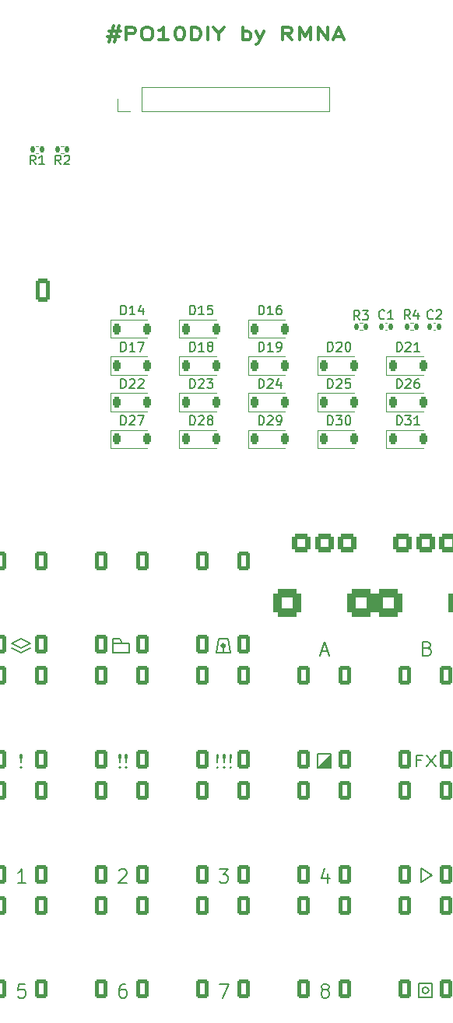
<source format=gto>
G04 #@! TF.GenerationSoftware,KiCad,Pcbnew,9.0.0*
G04 #@! TF.CreationDate,2025-07-26T10:23:47-04:00*
G04 #@! TF.ProjectId,POVideo V2,504f5669-6465-46f2-9056-322e6b696361,rev?*
G04 #@! TF.SameCoordinates,Original*
G04 #@! TF.FileFunction,Legend,Top*
G04 #@! TF.FilePolarity,Positive*
%FSLAX46Y46*%
G04 Gerber Fmt 4.6, Leading zero omitted, Abs format (unit mm)*
G04 Created by KiCad (PCBNEW 9.0.0) date 2025-07-26 10:23:47*
%MOMM*%
%LPD*%
G01*
G04 APERTURE LIST*
G04 Aperture macros list*
%AMRoundRect*
0 Rectangle with rounded corners*
0 $1 Rounding radius*
0 $2 $3 $4 $5 $6 $7 $8 $9 X,Y pos of 4 corners*
0 Add a 4 corners polygon primitive as box body*
4,1,4,$2,$3,$4,$5,$6,$7,$8,$9,$2,$3,0*
0 Add four circle primitives for the rounded corners*
1,1,$1+$1,$2,$3*
1,1,$1+$1,$4,$5*
1,1,$1+$1,$6,$7*
1,1,$1+$1,$8,$9*
0 Add four rect primitives between the rounded corners*
20,1,$1+$1,$2,$3,$4,$5,0*
20,1,$1+$1,$4,$5,$6,$7,0*
20,1,$1+$1,$6,$7,$8,$9,0*
20,1,$1+$1,$8,$9,$2,$3,0*%
G04 Aperture macros list end*
%ADD10C,0.200000*%
%ADD11C,0.300000*%
%ADD12C,0.100000*%
%ADD13C,0.150000*%
%ADD14C,0.120000*%
%ADD15RoundRect,0.250000X-0.550000X1.050000X-0.550000X-1.050000X0.550000X-1.050000X0.550000X1.050000X0*%
%ADD16O,1.600000X2.600000*%
%ADD17RoundRect,0.135000X-0.135000X-0.185000X0.135000X-0.185000X0.135000X0.185000X-0.135000X0.185000X0*%
%ADD18RoundRect,0.210000X0.490000X-0.840000X0.490000X0.840000X-0.490000X0.840000X-0.490000X-0.840000X0*%
%ADD19RoundRect,0.450000X1.050000X1.050000X-1.050000X1.050000X-1.050000X-1.050000X1.050000X-1.050000X0*%
%ADD20RoundRect,0.300000X0.700000X0.700000X-0.700000X0.700000X-0.700000X-0.700000X0.700000X-0.700000X0*%
%ADD21RoundRect,0.140000X-0.140000X-0.170000X0.140000X-0.170000X0.140000X0.170000X-0.140000X0.170000X0*%
%ADD22RoundRect,0.225000X-0.225000X-0.375000X0.225000X-0.375000X0.225000X0.375000X-0.225000X0.375000X0*%
%ADD23RoundRect,0.135000X0.135000X0.185000X-0.135000X0.185000X-0.135000X-0.185000X0.135000X-0.185000X0*%
%ADD24R,1.700000X1.700000*%
%ADD25O,1.700000X1.700000*%
%ADD26C,2.100000*%
G04 APERTURE END LIST*
D10*
X174388720Y-130163171D02*
X174460149Y-130234600D01*
X174460149Y-130234600D02*
X174388720Y-130306028D01*
X174388720Y-130306028D02*
X174317292Y-130234600D01*
X174317292Y-130234600D02*
X174388720Y-130163171D01*
X174388720Y-130163171D02*
X174388720Y-130306028D01*
X174388720Y-129734600D02*
X174317292Y-128877457D01*
X174317292Y-128877457D02*
X174388720Y-128806028D01*
X174388720Y-128806028D02*
X174460149Y-128877457D01*
X174460149Y-128877457D02*
X174388720Y-129734600D01*
X174388720Y-129734600D02*
X174388720Y-128806028D01*
X175103006Y-130163171D02*
X175174435Y-130234600D01*
X175174435Y-130234600D02*
X175103006Y-130306028D01*
X175103006Y-130306028D02*
X175031578Y-130234600D01*
X175031578Y-130234600D02*
X175103006Y-130163171D01*
X175103006Y-130163171D02*
X175103006Y-130306028D01*
X175103006Y-129734600D02*
X175031578Y-128877457D01*
X175031578Y-128877457D02*
X175103006Y-128806028D01*
X175103006Y-128806028D02*
X175174435Y-128877457D01*
X175174435Y-128877457D02*
X175103006Y-129734600D01*
X175103006Y-129734600D02*
X175103006Y-128806028D01*
X175817292Y-130163171D02*
X175888721Y-130234600D01*
X175888721Y-130234600D02*
X175817292Y-130306028D01*
X175817292Y-130306028D02*
X175745864Y-130234600D01*
X175745864Y-130234600D02*
X175817292Y-130163171D01*
X175817292Y-130163171D02*
X175817292Y-130306028D01*
X175817292Y-129734600D02*
X175745864Y-128877457D01*
X175745864Y-128877457D02*
X175817292Y-128806028D01*
X175817292Y-128806028D02*
X175888721Y-128877457D01*
X175888721Y-128877457D02*
X175817292Y-129734600D01*
X175817292Y-129734600D02*
X175817292Y-128806028D01*
X163738720Y-130163171D02*
X163810149Y-130234600D01*
X163810149Y-130234600D02*
X163738720Y-130306028D01*
X163738720Y-130306028D02*
X163667292Y-130234600D01*
X163667292Y-130234600D02*
X163738720Y-130163171D01*
X163738720Y-130163171D02*
X163738720Y-130306028D01*
X163738720Y-129734600D02*
X163667292Y-128877457D01*
X163667292Y-128877457D02*
X163738720Y-128806028D01*
X163738720Y-128806028D02*
X163810149Y-128877457D01*
X163810149Y-128877457D02*
X163738720Y-129734600D01*
X163738720Y-129734600D02*
X163738720Y-128806028D01*
X164453006Y-130163171D02*
X164524435Y-130234600D01*
X164524435Y-130234600D02*
X164453006Y-130306028D01*
X164453006Y-130306028D02*
X164381578Y-130234600D01*
X164381578Y-130234600D02*
X164453006Y-130163171D01*
X164453006Y-130163171D02*
X164453006Y-130306028D01*
X164453006Y-129734600D02*
X164381578Y-128877457D01*
X164381578Y-128877457D02*
X164453006Y-128806028D01*
X164453006Y-128806028D02*
X164524435Y-128877457D01*
X164524435Y-128877457D02*
X164453006Y-129734600D01*
X164453006Y-129734600D02*
X164453006Y-128806028D01*
X185953006Y-154448885D02*
X185810149Y-154377457D01*
X185810149Y-154377457D02*
X185738720Y-154306028D01*
X185738720Y-154306028D02*
X185667292Y-154163171D01*
X185667292Y-154163171D02*
X185667292Y-154091742D01*
X185667292Y-154091742D02*
X185738720Y-153948885D01*
X185738720Y-153948885D02*
X185810149Y-153877457D01*
X185810149Y-153877457D02*
X185953006Y-153806028D01*
X185953006Y-153806028D02*
X186238720Y-153806028D01*
X186238720Y-153806028D02*
X186381578Y-153877457D01*
X186381578Y-153877457D02*
X186453006Y-153948885D01*
X186453006Y-153948885D02*
X186524435Y-154091742D01*
X186524435Y-154091742D02*
X186524435Y-154163171D01*
X186524435Y-154163171D02*
X186453006Y-154306028D01*
X186453006Y-154306028D02*
X186381578Y-154377457D01*
X186381578Y-154377457D02*
X186238720Y-154448885D01*
X186238720Y-154448885D02*
X185953006Y-154448885D01*
X185953006Y-154448885D02*
X185810149Y-154520314D01*
X185810149Y-154520314D02*
X185738720Y-154591742D01*
X185738720Y-154591742D02*
X185667292Y-154734600D01*
X185667292Y-154734600D02*
X185667292Y-155020314D01*
X185667292Y-155020314D02*
X185738720Y-155163171D01*
X185738720Y-155163171D02*
X185810149Y-155234600D01*
X185810149Y-155234600D02*
X185953006Y-155306028D01*
X185953006Y-155306028D02*
X186238720Y-155306028D01*
X186238720Y-155306028D02*
X186381578Y-155234600D01*
X186381578Y-155234600D02*
X186453006Y-155163171D01*
X186453006Y-155163171D02*
X186524435Y-155020314D01*
X186524435Y-155020314D02*
X186524435Y-154734600D01*
X186524435Y-154734600D02*
X186453006Y-154591742D01*
X186453006Y-154591742D02*
X186381578Y-154520314D01*
X186381578Y-154520314D02*
X186238720Y-154448885D01*
X197238720Y-117270314D02*
X197453006Y-117341742D01*
X197453006Y-117341742D02*
X197524435Y-117413171D01*
X197524435Y-117413171D02*
X197595863Y-117556028D01*
X197595863Y-117556028D02*
X197595863Y-117770314D01*
X197595863Y-117770314D02*
X197524435Y-117913171D01*
X197524435Y-117913171D02*
X197453006Y-117984600D01*
X197453006Y-117984600D02*
X197310149Y-118056028D01*
X197310149Y-118056028D02*
X196738720Y-118056028D01*
X196738720Y-118056028D02*
X196738720Y-116556028D01*
X196738720Y-116556028D02*
X197238720Y-116556028D01*
X197238720Y-116556028D02*
X197381578Y-116627457D01*
X197381578Y-116627457D02*
X197453006Y-116698885D01*
X197453006Y-116698885D02*
X197524435Y-116841742D01*
X197524435Y-116841742D02*
X197524435Y-116984600D01*
X197524435Y-116984600D02*
X197453006Y-117127457D01*
X197453006Y-117127457D02*
X197381578Y-117198885D01*
X197381578Y-117198885D02*
X197238720Y-117270314D01*
X197238720Y-117270314D02*
X196738720Y-117270314D01*
X185667292Y-117627457D02*
X186381578Y-117627457D01*
X185524435Y-118056028D02*
X186024435Y-116556028D01*
X186024435Y-116556028D02*
X186524435Y-118056028D01*
X153000000Y-117750000D02*
X154000000Y-117250000D01*
X175000000Y-117750000D02*
X175000000Y-117250000D01*
X152000000Y-117250000D02*
X153000000Y-117750000D01*
X196250000Y-153750000D02*
X197750000Y-153750000D01*
X197750000Y-155250000D01*
X196250000Y-155250000D01*
X196250000Y-153750000D01*
D11*
X175150000Y-117000000D02*
G75*
G02*
X174850000Y-117000000I-150000J0D01*
G01*
X174850000Y-117000000D02*
G75*
G02*
X175150000Y-117000000I150000J0D01*
G01*
D10*
X175750000Y-117750000D02*
X174250000Y-117750000D01*
X174500000Y-116250000D01*
X175500000Y-116250000D01*
X175750000Y-117750000D01*
X164250000Y-116750000D02*
X163000000Y-116750000D01*
X197353553Y-154500000D02*
G75*
G02*
X196646447Y-154500000I-353553J0D01*
G01*
X196646447Y-154500000D02*
G75*
G02*
X197353553Y-154500000I353553J0D01*
G01*
X164000000Y-116750000D02*
X164750000Y-116750000D01*
X164750000Y-117750000D01*
X163000000Y-117750000D01*
X163000000Y-116250000D01*
X163750000Y-116250000D01*
X164000000Y-116750000D01*
D12*
X186750000Y-130250000D02*
X185250000Y-130250000D01*
X186750000Y-128750000D01*
X186750000Y-130250000D01*
G36*
X186750000Y-130250000D02*
G01*
X185250000Y-130250000D01*
X186750000Y-128750000D01*
X186750000Y-130250000D01*
G37*
D10*
X197750000Y-142000000D02*
X196500000Y-142750000D01*
X196500000Y-141250000D01*
X197750000Y-142000000D01*
X185250000Y-128750000D02*
X186750000Y-128750000D01*
X186750000Y-130250000D01*
X185250000Y-130250000D01*
X185250000Y-128750000D01*
X154000000Y-116750000D02*
X153000000Y-117250000D01*
X152000000Y-116750000D01*
X153000000Y-116250000D01*
X154000000Y-116750000D01*
X153524435Y-142806028D02*
X152667292Y-142806028D01*
X153095863Y-142806028D02*
X153095863Y-141306028D01*
X153095863Y-141306028D02*
X152953006Y-141520314D01*
X152953006Y-141520314D02*
X152810149Y-141663171D01*
X152810149Y-141663171D02*
X152667292Y-141734600D01*
X174595863Y-141306028D02*
X175524435Y-141306028D01*
X175524435Y-141306028D02*
X175024435Y-141877457D01*
X175024435Y-141877457D02*
X175238720Y-141877457D01*
X175238720Y-141877457D02*
X175381578Y-141948885D01*
X175381578Y-141948885D02*
X175453006Y-142020314D01*
X175453006Y-142020314D02*
X175524435Y-142163171D01*
X175524435Y-142163171D02*
X175524435Y-142520314D01*
X175524435Y-142520314D02*
X175453006Y-142663171D01*
X175453006Y-142663171D02*
X175381578Y-142734600D01*
X175381578Y-142734600D02*
X175238720Y-142806028D01*
X175238720Y-142806028D02*
X174810149Y-142806028D01*
X174810149Y-142806028D02*
X174667292Y-142734600D01*
X174667292Y-142734600D02*
X174595863Y-142663171D01*
D11*
X162540225Y-50129733D02*
X163825939Y-50129733D01*
X163054510Y-49529733D02*
X162540225Y-51329733D01*
X163654510Y-50729733D02*
X162368796Y-50729733D01*
X163140225Y-51329733D02*
X163654510Y-49529733D01*
X164425939Y-51063066D02*
X164425939Y-49663066D01*
X164425939Y-49663066D02*
X165111653Y-49663066D01*
X165111653Y-49663066D02*
X165283082Y-49729733D01*
X165283082Y-49729733D02*
X165368796Y-49796400D01*
X165368796Y-49796400D02*
X165454510Y-49929733D01*
X165454510Y-49929733D02*
X165454510Y-50129733D01*
X165454510Y-50129733D02*
X165368796Y-50263066D01*
X165368796Y-50263066D02*
X165283082Y-50329733D01*
X165283082Y-50329733D02*
X165111653Y-50396400D01*
X165111653Y-50396400D02*
X164425939Y-50396400D01*
X166568796Y-49663066D02*
X166911653Y-49663066D01*
X166911653Y-49663066D02*
X167083082Y-49729733D01*
X167083082Y-49729733D02*
X167254510Y-49863066D01*
X167254510Y-49863066D02*
X167340225Y-50129733D01*
X167340225Y-50129733D02*
X167340225Y-50596400D01*
X167340225Y-50596400D02*
X167254510Y-50863066D01*
X167254510Y-50863066D02*
X167083082Y-50996400D01*
X167083082Y-50996400D02*
X166911653Y-51063066D01*
X166911653Y-51063066D02*
X166568796Y-51063066D01*
X166568796Y-51063066D02*
X166397368Y-50996400D01*
X166397368Y-50996400D02*
X166225939Y-50863066D01*
X166225939Y-50863066D02*
X166140225Y-50596400D01*
X166140225Y-50596400D02*
X166140225Y-50129733D01*
X166140225Y-50129733D02*
X166225939Y-49863066D01*
X166225939Y-49863066D02*
X166397368Y-49729733D01*
X166397368Y-49729733D02*
X166568796Y-49663066D01*
X169054510Y-51063066D02*
X168025939Y-51063066D01*
X168540224Y-51063066D02*
X168540224Y-49663066D01*
X168540224Y-49663066D02*
X168368796Y-49863066D01*
X168368796Y-49863066D02*
X168197367Y-49996400D01*
X168197367Y-49996400D02*
X168025939Y-50063066D01*
X170168796Y-49663066D02*
X170340225Y-49663066D01*
X170340225Y-49663066D02*
X170511653Y-49729733D01*
X170511653Y-49729733D02*
X170597368Y-49796400D01*
X170597368Y-49796400D02*
X170683082Y-49929733D01*
X170683082Y-49929733D02*
X170768796Y-50196400D01*
X170768796Y-50196400D02*
X170768796Y-50529733D01*
X170768796Y-50529733D02*
X170683082Y-50796400D01*
X170683082Y-50796400D02*
X170597368Y-50929733D01*
X170597368Y-50929733D02*
X170511653Y-50996400D01*
X170511653Y-50996400D02*
X170340225Y-51063066D01*
X170340225Y-51063066D02*
X170168796Y-51063066D01*
X170168796Y-51063066D02*
X169997368Y-50996400D01*
X169997368Y-50996400D02*
X169911653Y-50929733D01*
X169911653Y-50929733D02*
X169825939Y-50796400D01*
X169825939Y-50796400D02*
X169740225Y-50529733D01*
X169740225Y-50529733D02*
X169740225Y-50196400D01*
X169740225Y-50196400D02*
X169825939Y-49929733D01*
X169825939Y-49929733D02*
X169911653Y-49796400D01*
X169911653Y-49796400D02*
X169997368Y-49729733D01*
X169997368Y-49729733D02*
X170168796Y-49663066D01*
X171540225Y-51063066D02*
X171540225Y-49663066D01*
X171540225Y-49663066D02*
X171968796Y-49663066D01*
X171968796Y-49663066D02*
X172225939Y-49729733D01*
X172225939Y-49729733D02*
X172397368Y-49863066D01*
X172397368Y-49863066D02*
X172483082Y-49996400D01*
X172483082Y-49996400D02*
X172568796Y-50263066D01*
X172568796Y-50263066D02*
X172568796Y-50463066D01*
X172568796Y-50463066D02*
X172483082Y-50729733D01*
X172483082Y-50729733D02*
X172397368Y-50863066D01*
X172397368Y-50863066D02*
X172225939Y-50996400D01*
X172225939Y-50996400D02*
X171968796Y-51063066D01*
X171968796Y-51063066D02*
X171540225Y-51063066D01*
X173340225Y-51063066D02*
X173340225Y-49663066D01*
X174540225Y-50396400D02*
X174540225Y-51063066D01*
X173940225Y-49663066D02*
X174540225Y-50396400D01*
X174540225Y-50396400D02*
X175140225Y-49663066D01*
X177111654Y-51063066D02*
X177111654Y-49663066D01*
X177111654Y-50196400D02*
X177283083Y-50129733D01*
X177283083Y-50129733D02*
X177625940Y-50129733D01*
X177625940Y-50129733D02*
X177797368Y-50196400D01*
X177797368Y-50196400D02*
X177883083Y-50263066D01*
X177883083Y-50263066D02*
X177968797Y-50396400D01*
X177968797Y-50396400D02*
X177968797Y-50796400D01*
X177968797Y-50796400D02*
X177883083Y-50929733D01*
X177883083Y-50929733D02*
X177797368Y-50996400D01*
X177797368Y-50996400D02*
X177625940Y-51063066D01*
X177625940Y-51063066D02*
X177283083Y-51063066D01*
X177283083Y-51063066D02*
X177111654Y-50996400D01*
X178568796Y-50129733D02*
X178997368Y-51063066D01*
X179425939Y-50129733D02*
X178997368Y-51063066D01*
X178997368Y-51063066D02*
X178825939Y-51396400D01*
X178825939Y-51396400D02*
X178740225Y-51463066D01*
X178740225Y-51463066D02*
X178568796Y-51529733D01*
X182511654Y-51063066D02*
X181911654Y-50396400D01*
X181483083Y-51063066D02*
X181483083Y-49663066D01*
X181483083Y-49663066D02*
X182168797Y-49663066D01*
X182168797Y-49663066D02*
X182340226Y-49729733D01*
X182340226Y-49729733D02*
X182425940Y-49796400D01*
X182425940Y-49796400D02*
X182511654Y-49929733D01*
X182511654Y-49929733D02*
X182511654Y-50129733D01*
X182511654Y-50129733D02*
X182425940Y-50263066D01*
X182425940Y-50263066D02*
X182340226Y-50329733D01*
X182340226Y-50329733D02*
X182168797Y-50396400D01*
X182168797Y-50396400D02*
X181483083Y-50396400D01*
X183283083Y-51063066D02*
X183283083Y-49663066D01*
X183283083Y-49663066D02*
X183883083Y-50663066D01*
X183883083Y-50663066D02*
X184483083Y-49663066D01*
X184483083Y-49663066D02*
X184483083Y-51063066D01*
X185340226Y-51063066D02*
X185340226Y-49663066D01*
X185340226Y-49663066D02*
X186368797Y-51063066D01*
X186368797Y-51063066D02*
X186368797Y-49663066D01*
X187140226Y-50663066D02*
X187997369Y-50663066D01*
X186968797Y-51063066D02*
X187568797Y-49663066D01*
X187568797Y-49663066D02*
X188168797Y-51063066D01*
D10*
X186381578Y-141806028D02*
X186381578Y-142806028D01*
X186024435Y-141234600D02*
X185667292Y-142306028D01*
X185667292Y-142306028D02*
X186595863Y-142306028D01*
X152988720Y-130163171D02*
X153060149Y-130234600D01*
X153060149Y-130234600D02*
X152988720Y-130306028D01*
X152988720Y-130306028D02*
X152917292Y-130234600D01*
X152917292Y-130234600D02*
X152988720Y-130163171D01*
X152988720Y-130163171D02*
X152988720Y-130306028D01*
X152988720Y-129734600D02*
X152917292Y-128877457D01*
X152917292Y-128877457D02*
X152988720Y-128806028D01*
X152988720Y-128806028D02*
X153060149Y-128877457D01*
X153060149Y-128877457D02*
X152988720Y-129734600D01*
X152988720Y-129734600D02*
X152988720Y-128806028D01*
X163667292Y-141448885D02*
X163738720Y-141377457D01*
X163738720Y-141377457D02*
X163881578Y-141306028D01*
X163881578Y-141306028D02*
X164238720Y-141306028D01*
X164238720Y-141306028D02*
X164381578Y-141377457D01*
X164381578Y-141377457D02*
X164453006Y-141448885D01*
X164453006Y-141448885D02*
X164524435Y-141591742D01*
X164524435Y-141591742D02*
X164524435Y-141734600D01*
X164524435Y-141734600D02*
X164453006Y-141948885D01*
X164453006Y-141948885D02*
X163595863Y-142806028D01*
X163595863Y-142806028D02*
X164524435Y-142806028D01*
X164381578Y-153806028D02*
X164095863Y-153806028D01*
X164095863Y-153806028D02*
X163953006Y-153877457D01*
X163953006Y-153877457D02*
X163881578Y-153948885D01*
X163881578Y-153948885D02*
X163738720Y-154163171D01*
X163738720Y-154163171D02*
X163667292Y-154448885D01*
X163667292Y-154448885D02*
X163667292Y-155020314D01*
X163667292Y-155020314D02*
X163738720Y-155163171D01*
X163738720Y-155163171D02*
X163810149Y-155234600D01*
X163810149Y-155234600D02*
X163953006Y-155306028D01*
X163953006Y-155306028D02*
X164238720Y-155306028D01*
X164238720Y-155306028D02*
X164381578Y-155234600D01*
X164381578Y-155234600D02*
X164453006Y-155163171D01*
X164453006Y-155163171D02*
X164524435Y-155020314D01*
X164524435Y-155020314D02*
X164524435Y-154663171D01*
X164524435Y-154663171D02*
X164453006Y-154520314D01*
X164453006Y-154520314D02*
X164381578Y-154448885D01*
X164381578Y-154448885D02*
X164238720Y-154377457D01*
X164238720Y-154377457D02*
X163953006Y-154377457D01*
X163953006Y-154377457D02*
X163810149Y-154448885D01*
X163810149Y-154448885D02*
X163738720Y-154520314D01*
X163738720Y-154520314D02*
X163667292Y-154663171D01*
X174595863Y-153806028D02*
X175595863Y-153806028D01*
X175595863Y-153806028D02*
X174953006Y-155306028D01*
X196488720Y-129464171D02*
X195988720Y-129464171D01*
X195988720Y-130092742D02*
X195988720Y-128892742D01*
X195988720Y-128892742D02*
X196703006Y-128892742D01*
X197131577Y-128892742D02*
X198131577Y-130092742D01*
X198131577Y-128892742D02*
X197131577Y-130092742D01*
X153453006Y-153806028D02*
X152738720Y-153806028D01*
X152738720Y-153806028D02*
X152667292Y-154520314D01*
X152667292Y-154520314D02*
X152738720Y-154448885D01*
X152738720Y-154448885D02*
X152881578Y-154377457D01*
X152881578Y-154377457D02*
X153238720Y-154377457D01*
X153238720Y-154377457D02*
X153381578Y-154448885D01*
X153381578Y-154448885D02*
X153453006Y-154520314D01*
X153453006Y-154520314D02*
X153524435Y-154663171D01*
X153524435Y-154663171D02*
X153524435Y-155020314D01*
X153524435Y-155020314D02*
X153453006Y-155163171D01*
X153453006Y-155163171D02*
X153381578Y-155234600D01*
X153381578Y-155234600D02*
X153238720Y-155306028D01*
X153238720Y-155306028D02*
X152881578Y-155306028D01*
X152881578Y-155306028D02*
X152738720Y-155234600D01*
X152738720Y-155234600D02*
X152667292Y-155163171D01*
D13*
X195343333Y-81454819D02*
X195010000Y-80978628D01*
X194771905Y-81454819D02*
X194771905Y-80454819D01*
X194771905Y-80454819D02*
X195152857Y-80454819D01*
X195152857Y-80454819D02*
X195248095Y-80502438D01*
X195248095Y-80502438D02*
X195295714Y-80550057D01*
X195295714Y-80550057D02*
X195343333Y-80645295D01*
X195343333Y-80645295D02*
X195343333Y-80788152D01*
X195343333Y-80788152D02*
X195295714Y-80883390D01*
X195295714Y-80883390D02*
X195248095Y-80931009D01*
X195248095Y-80931009D02*
X195152857Y-80978628D01*
X195152857Y-80978628D02*
X194771905Y-80978628D01*
X196200476Y-80788152D02*
X196200476Y-81454819D01*
X195962381Y-80407200D02*
X195724286Y-81121485D01*
X195724286Y-81121485D02*
X196343333Y-81121485D01*
X189823333Y-81534819D02*
X189490000Y-81058628D01*
X189251905Y-81534819D02*
X189251905Y-80534819D01*
X189251905Y-80534819D02*
X189632857Y-80534819D01*
X189632857Y-80534819D02*
X189728095Y-80582438D01*
X189728095Y-80582438D02*
X189775714Y-80630057D01*
X189775714Y-80630057D02*
X189823333Y-80725295D01*
X189823333Y-80725295D02*
X189823333Y-80868152D01*
X189823333Y-80868152D02*
X189775714Y-80963390D01*
X189775714Y-80963390D02*
X189728095Y-81011009D01*
X189728095Y-81011009D02*
X189632857Y-81058628D01*
X189632857Y-81058628D02*
X189251905Y-81058628D01*
X190156667Y-80534819D02*
X190775714Y-80534819D01*
X190775714Y-80534819D02*
X190442381Y-80915771D01*
X190442381Y-80915771D02*
X190585238Y-80915771D01*
X190585238Y-80915771D02*
X190680476Y-80963390D01*
X190680476Y-80963390D02*
X190728095Y-81011009D01*
X190728095Y-81011009D02*
X190775714Y-81106247D01*
X190775714Y-81106247D02*
X190775714Y-81344342D01*
X190775714Y-81344342D02*
X190728095Y-81439580D01*
X190728095Y-81439580D02*
X190680476Y-81487200D01*
X190680476Y-81487200D02*
X190585238Y-81534819D01*
X190585238Y-81534819D02*
X190299524Y-81534819D01*
X190299524Y-81534819D02*
X190204286Y-81487200D01*
X190204286Y-81487200D02*
X190156667Y-81439580D01*
X197813333Y-81359580D02*
X197765714Y-81407200D01*
X197765714Y-81407200D02*
X197622857Y-81454819D01*
X197622857Y-81454819D02*
X197527619Y-81454819D01*
X197527619Y-81454819D02*
X197384762Y-81407200D01*
X197384762Y-81407200D02*
X197289524Y-81311961D01*
X197289524Y-81311961D02*
X197241905Y-81216723D01*
X197241905Y-81216723D02*
X197194286Y-81026247D01*
X197194286Y-81026247D02*
X197194286Y-80883390D01*
X197194286Y-80883390D02*
X197241905Y-80692914D01*
X197241905Y-80692914D02*
X197289524Y-80597676D01*
X197289524Y-80597676D02*
X197384762Y-80502438D01*
X197384762Y-80502438D02*
X197527619Y-80454819D01*
X197527619Y-80454819D02*
X197622857Y-80454819D01*
X197622857Y-80454819D02*
X197765714Y-80502438D01*
X197765714Y-80502438D02*
X197813333Y-80550057D01*
X198194286Y-80550057D02*
X198241905Y-80502438D01*
X198241905Y-80502438D02*
X198337143Y-80454819D01*
X198337143Y-80454819D02*
X198575238Y-80454819D01*
X198575238Y-80454819D02*
X198670476Y-80502438D01*
X198670476Y-80502438D02*
X198718095Y-80550057D01*
X198718095Y-80550057D02*
X198765714Y-80645295D01*
X198765714Y-80645295D02*
X198765714Y-80740533D01*
X198765714Y-80740533D02*
X198718095Y-80883390D01*
X198718095Y-80883390D02*
X198146667Y-81454819D01*
X198146667Y-81454819D02*
X198765714Y-81454819D01*
X192543333Y-81359580D02*
X192495714Y-81407200D01*
X192495714Y-81407200D02*
X192352857Y-81454819D01*
X192352857Y-81454819D02*
X192257619Y-81454819D01*
X192257619Y-81454819D02*
X192114762Y-81407200D01*
X192114762Y-81407200D02*
X192019524Y-81311961D01*
X192019524Y-81311961D02*
X191971905Y-81216723D01*
X191971905Y-81216723D02*
X191924286Y-81026247D01*
X191924286Y-81026247D02*
X191924286Y-80883390D01*
X191924286Y-80883390D02*
X191971905Y-80692914D01*
X191971905Y-80692914D02*
X192019524Y-80597676D01*
X192019524Y-80597676D02*
X192114762Y-80502438D01*
X192114762Y-80502438D02*
X192257619Y-80454819D01*
X192257619Y-80454819D02*
X192352857Y-80454819D01*
X192352857Y-80454819D02*
X192495714Y-80502438D01*
X192495714Y-80502438D02*
X192543333Y-80550057D01*
X193495714Y-81454819D02*
X192924286Y-81454819D01*
X193210000Y-81454819D02*
X193210000Y-80454819D01*
X193210000Y-80454819D02*
X193114762Y-80597676D01*
X193114762Y-80597676D02*
X193019524Y-80692914D01*
X193019524Y-80692914D02*
X192924286Y-80740533D01*
X178885714Y-88954819D02*
X178885714Y-87954819D01*
X178885714Y-87954819D02*
X179123809Y-87954819D01*
X179123809Y-87954819D02*
X179266666Y-88002438D01*
X179266666Y-88002438D02*
X179361904Y-88097676D01*
X179361904Y-88097676D02*
X179409523Y-88192914D01*
X179409523Y-88192914D02*
X179457142Y-88383390D01*
X179457142Y-88383390D02*
X179457142Y-88526247D01*
X179457142Y-88526247D02*
X179409523Y-88716723D01*
X179409523Y-88716723D02*
X179361904Y-88811961D01*
X179361904Y-88811961D02*
X179266666Y-88907200D01*
X179266666Y-88907200D02*
X179123809Y-88954819D01*
X179123809Y-88954819D02*
X178885714Y-88954819D01*
X179838095Y-88050057D02*
X179885714Y-88002438D01*
X179885714Y-88002438D02*
X179980952Y-87954819D01*
X179980952Y-87954819D02*
X180219047Y-87954819D01*
X180219047Y-87954819D02*
X180314285Y-88002438D01*
X180314285Y-88002438D02*
X180361904Y-88050057D01*
X180361904Y-88050057D02*
X180409523Y-88145295D01*
X180409523Y-88145295D02*
X180409523Y-88240533D01*
X180409523Y-88240533D02*
X180361904Y-88383390D01*
X180361904Y-88383390D02*
X179790476Y-88954819D01*
X179790476Y-88954819D02*
X180409523Y-88954819D01*
X181266666Y-88288152D02*
X181266666Y-88954819D01*
X181028571Y-87907200D02*
X180790476Y-88621485D01*
X180790476Y-88621485D02*
X181409523Y-88621485D01*
X193885714Y-84954819D02*
X193885714Y-83954819D01*
X193885714Y-83954819D02*
X194123809Y-83954819D01*
X194123809Y-83954819D02*
X194266666Y-84002438D01*
X194266666Y-84002438D02*
X194361904Y-84097676D01*
X194361904Y-84097676D02*
X194409523Y-84192914D01*
X194409523Y-84192914D02*
X194457142Y-84383390D01*
X194457142Y-84383390D02*
X194457142Y-84526247D01*
X194457142Y-84526247D02*
X194409523Y-84716723D01*
X194409523Y-84716723D02*
X194361904Y-84811961D01*
X194361904Y-84811961D02*
X194266666Y-84907200D01*
X194266666Y-84907200D02*
X194123809Y-84954819D01*
X194123809Y-84954819D02*
X193885714Y-84954819D01*
X194838095Y-84050057D02*
X194885714Y-84002438D01*
X194885714Y-84002438D02*
X194980952Y-83954819D01*
X194980952Y-83954819D02*
X195219047Y-83954819D01*
X195219047Y-83954819D02*
X195314285Y-84002438D01*
X195314285Y-84002438D02*
X195361904Y-84050057D01*
X195361904Y-84050057D02*
X195409523Y-84145295D01*
X195409523Y-84145295D02*
X195409523Y-84240533D01*
X195409523Y-84240533D02*
X195361904Y-84383390D01*
X195361904Y-84383390D02*
X194790476Y-84954819D01*
X194790476Y-84954819D02*
X195409523Y-84954819D01*
X196361904Y-84954819D02*
X195790476Y-84954819D01*
X196076190Y-84954819D02*
X196076190Y-83954819D01*
X196076190Y-83954819D02*
X195980952Y-84097676D01*
X195980952Y-84097676D02*
X195885714Y-84192914D01*
X195885714Y-84192914D02*
X195790476Y-84240533D01*
X171385714Y-92954819D02*
X171385714Y-91954819D01*
X171385714Y-91954819D02*
X171623809Y-91954819D01*
X171623809Y-91954819D02*
X171766666Y-92002438D01*
X171766666Y-92002438D02*
X171861904Y-92097676D01*
X171861904Y-92097676D02*
X171909523Y-92192914D01*
X171909523Y-92192914D02*
X171957142Y-92383390D01*
X171957142Y-92383390D02*
X171957142Y-92526247D01*
X171957142Y-92526247D02*
X171909523Y-92716723D01*
X171909523Y-92716723D02*
X171861904Y-92811961D01*
X171861904Y-92811961D02*
X171766666Y-92907200D01*
X171766666Y-92907200D02*
X171623809Y-92954819D01*
X171623809Y-92954819D02*
X171385714Y-92954819D01*
X172338095Y-92050057D02*
X172385714Y-92002438D01*
X172385714Y-92002438D02*
X172480952Y-91954819D01*
X172480952Y-91954819D02*
X172719047Y-91954819D01*
X172719047Y-91954819D02*
X172814285Y-92002438D01*
X172814285Y-92002438D02*
X172861904Y-92050057D01*
X172861904Y-92050057D02*
X172909523Y-92145295D01*
X172909523Y-92145295D02*
X172909523Y-92240533D01*
X172909523Y-92240533D02*
X172861904Y-92383390D01*
X172861904Y-92383390D02*
X172290476Y-92954819D01*
X172290476Y-92954819D02*
X172909523Y-92954819D01*
X173480952Y-92383390D02*
X173385714Y-92335771D01*
X173385714Y-92335771D02*
X173338095Y-92288152D01*
X173338095Y-92288152D02*
X173290476Y-92192914D01*
X173290476Y-92192914D02*
X173290476Y-92145295D01*
X173290476Y-92145295D02*
X173338095Y-92050057D01*
X173338095Y-92050057D02*
X173385714Y-92002438D01*
X173385714Y-92002438D02*
X173480952Y-91954819D01*
X173480952Y-91954819D02*
X173671428Y-91954819D01*
X173671428Y-91954819D02*
X173766666Y-92002438D01*
X173766666Y-92002438D02*
X173814285Y-92050057D01*
X173814285Y-92050057D02*
X173861904Y-92145295D01*
X173861904Y-92145295D02*
X173861904Y-92192914D01*
X173861904Y-92192914D02*
X173814285Y-92288152D01*
X173814285Y-92288152D02*
X173766666Y-92335771D01*
X173766666Y-92335771D02*
X173671428Y-92383390D01*
X173671428Y-92383390D02*
X173480952Y-92383390D01*
X173480952Y-92383390D02*
X173385714Y-92431009D01*
X173385714Y-92431009D02*
X173338095Y-92478628D01*
X173338095Y-92478628D02*
X173290476Y-92573866D01*
X173290476Y-92573866D02*
X173290476Y-92764342D01*
X173290476Y-92764342D02*
X173338095Y-92859580D01*
X173338095Y-92859580D02*
X173385714Y-92907200D01*
X173385714Y-92907200D02*
X173480952Y-92954819D01*
X173480952Y-92954819D02*
X173671428Y-92954819D01*
X173671428Y-92954819D02*
X173766666Y-92907200D01*
X173766666Y-92907200D02*
X173814285Y-92859580D01*
X173814285Y-92859580D02*
X173861904Y-92764342D01*
X173861904Y-92764342D02*
X173861904Y-92573866D01*
X173861904Y-92573866D02*
X173814285Y-92478628D01*
X173814285Y-92478628D02*
X173766666Y-92431009D01*
X173766666Y-92431009D02*
X173671428Y-92383390D01*
X171385714Y-80954819D02*
X171385714Y-79954819D01*
X171385714Y-79954819D02*
X171623809Y-79954819D01*
X171623809Y-79954819D02*
X171766666Y-80002438D01*
X171766666Y-80002438D02*
X171861904Y-80097676D01*
X171861904Y-80097676D02*
X171909523Y-80192914D01*
X171909523Y-80192914D02*
X171957142Y-80383390D01*
X171957142Y-80383390D02*
X171957142Y-80526247D01*
X171957142Y-80526247D02*
X171909523Y-80716723D01*
X171909523Y-80716723D02*
X171861904Y-80811961D01*
X171861904Y-80811961D02*
X171766666Y-80907200D01*
X171766666Y-80907200D02*
X171623809Y-80954819D01*
X171623809Y-80954819D02*
X171385714Y-80954819D01*
X172909523Y-80954819D02*
X172338095Y-80954819D01*
X172623809Y-80954819D02*
X172623809Y-79954819D01*
X172623809Y-79954819D02*
X172528571Y-80097676D01*
X172528571Y-80097676D02*
X172433333Y-80192914D01*
X172433333Y-80192914D02*
X172338095Y-80240533D01*
X173814285Y-79954819D02*
X173338095Y-79954819D01*
X173338095Y-79954819D02*
X173290476Y-80431009D01*
X173290476Y-80431009D02*
X173338095Y-80383390D01*
X173338095Y-80383390D02*
X173433333Y-80335771D01*
X173433333Y-80335771D02*
X173671428Y-80335771D01*
X173671428Y-80335771D02*
X173766666Y-80383390D01*
X173766666Y-80383390D02*
X173814285Y-80431009D01*
X173814285Y-80431009D02*
X173861904Y-80526247D01*
X173861904Y-80526247D02*
X173861904Y-80764342D01*
X173861904Y-80764342D02*
X173814285Y-80859580D01*
X173814285Y-80859580D02*
X173766666Y-80907200D01*
X173766666Y-80907200D02*
X173671428Y-80954819D01*
X173671428Y-80954819D02*
X173433333Y-80954819D01*
X173433333Y-80954819D02*
X173338095Y-80907200D01*
X173338095Y-80907200D02*
X173290476Y-80859580D01*
X193885714Y-88954819D02*
X193885714Y-87954819D01*
X193885714Y-87954819D02*
X194123809Y-87954819D01*
X194123809Y-87954819D02*
X194266666Y-88002438D01*
X194266666Y-88002438D02*
X194361904Y-88097676D01*
X194361904Y-88097676D02*
X194409523Y-88192914D01*
X194409523Y-88192914D02*
X194457142Y-88383390D01*
X194457142Y-88383390D02*
X194457142Y-88526247D01*
X194457142Y-88526247D02*
X194409523Y-88716723D01*
X194409523Y-88716723D02*
X194361904Y-88811961D01*
X194361904Y-88811961D02*
X194266666Y-88907200D01*
X194266666Y-88907200D02*
X194123809Y-88954819D01*
X194123809Y-88954819D02*
X193885714Y-88954819D01*
X194838095Y-88050057D02*
X194885714Y-88002438D01*
X194885714Y-88002438D02*
X194980952Y-87954819D01*
X194980952Y-87954819D02*
X195219047Y-87954819D01*
X195219047Y-87954819D02*
X195314285Y-88002438D01*
X195314285Y-88002438D02*
X195361904Y-88050057D01*
X195361904Y-88050057D02*
X195409523Y-88145295D01*
X195409523Y-88145295D02*
X195409523Y-88240533D01*
X195409523Y-88240533D02*
X195361904Y-88383390D01*
X195361904Y-88383390D02*
X194790476Y-88954819D01*
X194790476Y-88954819D02*
X195409523Y-88954819D01*
X196266666Y-87954819D02*
X196076190Y-87954819D01*
X196076190Y-87954819D02*
X195980952Y-88002438D01*
X195980952Y-88002438D02*
X195933333Y-88050057D01*
X195933333Y-88050057D02*
X195838095Y-88192914D01*
X195838095Y-88192914D02*
X195790476Y-88383390D01*
X195790476Y-88383390D02*
X195790476Y-88764342D01*
X195790476Y-88764342D02*
X195838095Y-88859580D01*
X195838095Y-88859580D02*
X195885714Y-88907200D01*
X195885714Y-88907200D02*
X195980952Y-88954819D01*
X195980952Y-88954819D02*
X196171428Y-88954819D01*
X196171428Y-88954819D02*
X196266666Y-88907200D01*
X196266666Y-88907200D02*
X196314285Y-88859580D01*
X196314285Y-88859580D02*
X196361904Y-88764342D01*
X196361904Y-88764342D02*
X196361904Y-88526247D01*
X196361904Y-88526247D02*
X196314285Y-88431009D01*
X196314285Y-88431009D02*
X196266666Y-88383390D01*
X196266666Y-88383390D02*
X196171428Y-88335771D01*
X196171428Y-88335771D02*
X195980952Y-88335771D01*
X195980952Y-88335771D02*
X195885714Y-88383390D01*
X195885714Y-88383390D02*
X195838095Y-88431009D01*
X195838095Y-88431009D02*
X195790476Y-88526247D01*
X186385714Y-92954819D02*
X186385714Y-91954819D01*
X186385714Y-91954819D02*
X186623809Y-91954819D01*
X186623809Y-91954819D02*
X186766666Y-92002438D01*
X186766666Y-92002438D02*
X186861904Y-92097676D01*
X186861904Y-92097676D02*
X186909523Y-92192914D01*
X186909523Y-92192914D02*
X186957142Y-92383390D01*
X186957142Y-92383390D02*
X186957142Y-92526247D01*
X186957142Y-92526247D02*
X186909523Y-92716723D01*
X186909523Y-92716723D02*
X186861904Y-92811961D01*
X186861904Y-92811961D02*
X186766666Y-92907200D01*
X186766666Y-92907200D02*
X186623809Y-92954819D01*
X186623809Y-92954819D02*
X186385714Y-92954819D01*
X187290476Y-91954819D02*
X187909523Y-91954819D01*
X187909523Y-91954819D02*
X187576190Y-92335771D01*
X187576190Y-92335771D02*
X187719047Y-92335771D01*
X187719047Y-92335771D02*
X187814285Y-92383390D01*
X187814285Y-92383390D02*
X187861904Y-92431009D01*
X187861904Y-92431009D02*
X187909523Y-92526247D01*
X187909523Y-92526247D02*
X187909523Y-92764342D01*
X187909523Y-92764342D02*
X187861904Y-92859580D01*
X187861904Y-92859580D02*
X187814285Y-92907200D01*
X187814285Y-92907200D02*
X187719047Y-92954819D01*
X187719047Y-92954819D02*
X187433333Y-92954819D01*
X187433333Y-92954819D02*
X187338095Y-92907200D01*
X187338095Y-92907200D02*
X187290476Y-92859580D01*
X188528571Y-91954819D02*
X188623809Y-91954819D01*
X188623809Y-91954819D02*
X188719047Y-92002438D01*
X188719047Y-92002438D02*
X188766666Y-92050057D01*
X188766666Y-92050057D02*
X188814285Y-92145295D01*
X188814285Y-92145295D02*
X188861904Y-92335771D01*
X188861904Y-92335771D02*
X188861904Y-92573866D01*
X188861904Y-92573866D02*
X188814285Y-92764342D01*
X188814285Y-92764342D02*
X188766666Y-92859580D01*
X188766666Y-92859580D02*
X188719047Y-92907200D01*
X188719047Y-92907200D02*
X188623809Y-92954819D01*
X188623809Y-92954819D02*
X188528571Y-92954819D01*
X188528571Y-92954819D02*
X188433333Y-92907200D01*
X188433333Y-92907200D02*
X188385714Y-92859580D01*
X188385714Y-92859580D02*
X188338095Y-92764342D01*
X188338095Y-92764342D02*
X188290476Y-92573866D01*
X188290476Y-92573866D02*
X188290476Y-92335771D01*
X188290476Y-92335771D02*
X188338095Y-92145295D01*
X188338095Y-92145295D02*
X188385714Y-92050057D01*
X188385714Y-92050057D02*
X188433333Y-92002438D01*
X188433333Y-92002438D02*
X188528571Y-91954819D01*
X171385714Y-84954819D02*
X171385714Y-83954819D01*
X171385714Y-83954819D02*
X171623809Y-83954819D01*
X171623809Y-83954819D02*
X171766666Y-84002438D01*
X171766666Y-84002438D02*
X171861904Y-84097676D01*
X171861904Y-84097676D02*
X171909523Y-84192914D01*
X171909523Y-84192914D02*
X171957142Y-84383390D01*
X171957142Y-84383390D02*
X171957142Y-84526247D01*
X171957142Y-84526247D02*
X171909523Y-84716723D01*
X171909523Y-84716723D02*
X171861904Y-84811961D01*
X171861904Y-84811961D02*
X171766666Y-84907200D01*
X171766666Y-84907200D02*
X171623809Y-84954819D01*
X171623809Y-84954819D02*
X171385714Y-84954819D01*
X172909523Y-84954819D02*
X172338095Y-84954819D01*
X172623809Y-84954819D02*
X172623809Y-83954819D01*
X172623809Y-83954819D02*
X172528571Y-84097676D01*
X172528571Y-84097676D02*
X172433333Y-84192914D01*
X172433333Y-84192914D02*
X172338095Y-84240533D01*
X173480952Y-84383390D02*
X173385714Y-84335771D01*
X173385714Y-84335771D02*
X173338095Y-84288152D01*
X173338095Y-84288152D02*
X173290476Y-84192914D01*
X173290476Y-84192914D02*
X173290476Y-84145295D01*
X173290476Y-84145295D02*
X173338095Y-84050057D01*
X173338095Y-84050057D02*
X173385714Y-84002438D01*
X173385714Y-84002438D02*
X173480952Y-83954819D01*
X173480952Y-83954819D02*
X173671428Y-83954819D01*
X173671428Y-83954819D02*
X173766666Y-84002438D01*
X173766666Y-84002438D02*
X173814285Y-84050057D01*
X173814285Y-84050057D02*
X173861904Y-84145295D01*
X173861904Y-84145295D02*
X173861904Y-84192914D01*
X173861904Y-84192914D02*
X173814285Y-84288152D01*
X173814285Y-84288152D02*
X173766666Y-84335771D01*
X173766666Y-84335771D02*
X173671428Y-84383390D01*
X173671428Y-84383390D02*
X173480952Y-84383390D01*
X173480952Y-84383390D02*
X173385714Y-84431009D01*
X173385714Y-84431009D02*
X173338095Y-84478628D01*
X173338095Y-84478628D02*
X173290476Y-84573866D01*
X173290476Y-84573866D02*
X173290476Y-84764342D01*
X173290476Y-84764342D02*
X173338095Y-84859580D01*
X173338095Y-84859580D02*
X173385714Y-84907200D01*
X173385714Y-84907200D02*
X173480952Y-84954819D01*
X173480952Y-84954819D02*
X173671428Y-84954819D01*
X173671428Y-84954819D02*
X173766666Y-84907200D01*
X173766666Y-84907200D02*
X173814285Y-84859580D01*
X173814285Y-84859580D02*
X173861904Y-84764342D01*
X173861904Y-84764342D02*
X173861904Y-84573866D01*
X173861904Y-84573866D02*
X173814285Y-84478628D01*
X173814285Y-84478628D02*
X173766666Y-84431009D01*
X173766666Y-84431009D02*
X173671428Y-84383390D01*
X154593333Y-64624819D02*
X154260000Y-64148628D01*
X154021905Y-64624819D02*
X154021905Y-63624819D01*
X154021905Y-63624819D02*
X154402857Y-63624819D01*
X154402857Y-63624819D02*
X154498095Y-63672438D01*
X154498095Y-63672438D02*
X154545714Y-63720057D01*
X154545714Y-63720057D02*
X154593333Y-63815295D01*
X154593333Y-63815295D02*
X154593333Y-63958152D01*
X154593333Y-63958152D02*
X154545714Y-64053390D01*
X154545714Y-64053390D02*
X154498095Y-64101009D01*
X154498095Y-64101009D02*
X154402857Y-64148628D01*
X154402857Y-64148628D02*
X154021905Y-64148628D01*
X155545714Y-64624819D02*
X154974286Y-64624819D01*
X155260000Y-64624819D02*
X155260000Y-63624819D01*
X155260000Y-63624819D02*
X155164762Y-63767676D01*
X155164762Y-63767676D02*
X155069524Y-63862914D01*
X155069524Y-63862914D02*
X154974286Y-63910533D01*
X163885714Y-92954819D02*
X163885714Y-91954819D01*
X163885714Y-91954819D02*
X164123809Y-91954819D01*
X164123809Y-91954819D02*
X164266666Y-92002438D01*
X164266666Y-92002438D02*
X164361904Y-92097676D01*
X164361904Y-92097676D02*
X164409523Y-92192914D01*
X164409523Y-92192914D02*
X164457142Y-92383390D01*
X164457142Y-92383390D02*
X164457142Y-92526247D01*
X164457142Y-92526247D02*
X164409523Y-92716723D01*
X164409523Y-92716723D02*
X164361904Y-92811961D01*
X164361904Y-92811961D02*
X164266666Y-92907200D01*
X164266666Y-92907200D02*
X164123809Y-92954819D01*
X164123809Y-92954819D02*
X163885714Y-92954819D01*
X164838095Y-92050057D02*
X164885714Y-92002438D01*
X164885714Y-92002438D02*
X164980952Y-91954819D01*
X164980952Y-91954819D02*
X165219047Y-91954819D01*
X165219047Y-91954819D02*
X165314285Y-92002438D01*
X165314285Y-92002438D02*
X165361904Y-92050057D01*
X165361904Y-92050057D02*
X165409523Y-92145295D01*
X165409523Y-92145295D02*
X165409523Y-92240533D01*
X165409523Y-92240533D02*
X165361904Y-92383390D01*
X165361904Y-92383390D02*
X164790476Y-92954819D01*
X164790476Y-92954819D02*
X165409523Y-92954819D01*
X165742857Y-91954819D02*
X166409523Y-91954819D01*
X166409523Y-91954819D02*
X165980952Y-92954819D01*
X178885714Y-80954819D02*
X178885714Y-79954819D01*
X178885714Y-79954819D02*
X179123809Y-79954819D01*
X179123809Y-79954819D02*
X179266666Y-80002438D01*
X179266666Y-80002438D02*
X179361904Y-80097676D01*
X179361904Y-80097676D02*
X179409523Y-80192914D01*
X179409523Y-80192914D02*
X179457142Y-80383390D01*
X179457142Y-80383390D02*
X179457142Y-80526247D01*
X179457142Y-80526247D02*
X179409523Y-80716723D01*
X179409523Y-80716723D02*
X179361904Y-80811961D01*
X179361904Y-80811961D02*
X179266666Y-80907200D01*
X179266666Y-80907200D02*
X179123809Y-80954819D01*
X179123809Y-80954819D02*
X178885714Y-80954819D01*
X180409523Y-80954819D02*
X179838095Y-80954819D01*
X180123809Y-80954819D02*
X180123809Y-79954819D01*
X180123809Y-79954819D02*
X180028571Y-80097676D01*
X180028571Y-80097676D02*
X179933333Y-80192914D01*
X179933333Y-80192914D02*
X179838095Y-80240533D01*
X181266666Y-79954819D02*
X181076190Y-79954819D01*
X181076190Y-79954819D02*
X180980952Y-80002438D01*
X180980952Y-80002438D02*
X180933333Y-80050057D01*
X180933333Y-80050057D02*
X180838095Y-80192914D01*
X180838095Y-80192914D02*
X180790476Y-80383390D01*
X180790476Y-80383390D02*
X180790476Y-80764342D01*
X180790476Y-80764342D02*
X180838095Y-80859580D01*
X180838095Y-80859580D02*
X180885714Y-80907200D01*
X180885714Y-80907200D02*
X180980952Y-80954819D01*
X180980952Y-80954819D02*
X181171428Y-80954819D01*
X181171428Y-80954819D02*
X181266666Y-80907200D01*
X181266666Y-80907200D02*
X181314285Y-80859580D01*
X181314285Y-80859580D02*
X181361904Y-80764342D01*
X181361904Y-80764342D02*
X181361904Y-80526247D01*
X181361904Y-80526247D02*
X181314285Y-80431009D01*
X181314285Y-80431009D02*
X181266666Y-80383390D01*
X181266666Y-80383390D02*
X181171428Y-80335771D01*
X181171428Y-80335771D02*
X180980952Y-80335771D01*
X180980952Y-80335771D02*
X180885714Y-80383390D01*
X180885714Y-80383390D02*
X180838095Y-80431009D01*
X180838095Y-80431009D02*
X180790476Y-80526247D01*
X186385714Y-84954819D02*
X186385714Y-83954819D01*
X186385714Y-83954819D02*
X186623809Y-83954819D01*
X186623809Y-83954819D02*
X186766666Y-84002438D01*
X186766666Y-84002438D02*
X186861904Y-84097676D01*
X186861904Y-84097676D02*
X186909523Y-84192914D01*
X186909523Y-84192914D02*
X186957142Y-84383390D01*
X186957142Y-84383390D02*
X186957142Y-84526247D01*
X186957142Y-84526247D02*
X186909523Y-84716723D01*
X186909523Y-84716723D02*
X186861904Y-84811961D01*
X186861904Y-84811961D02*
X186766666Y-84907200D01*
X186766666Y-84907200D02*
X186623809Y-84954819D01*
X186623809Y-84954819D02*
X186385714Y-84954819D01*
X187338095Y-84050057D02*
X187385714Y-84002438D01*
X187385714Y-84002438D02*
X187480952Y-83954819D01*
X187480952Y-83954819D02*
X187719047Y-83954819D01*
X187719047Y-83954819D02*
X187814285Y-84002438D01*
X187814285Y-84002438D02*
X187861904Y-84050057D01*
X187861904Y-84050057D02*
X187909523Y-84145295D01*
X187909523Y-84145295D02*
X187909523Y-84240533D01*
X187909523Y-84240533D02*
X187861904Y-84383390D01*
X187861904Y-84383390D02*
X187290476Y-84954819D01*
X187290476Y-84954819D02*
X187909523Y-84954819D01*
X188528571Y-83954819D02*
X188623809Y-83954819D01*
X188623809Y-83954819D02*
X188719047Y-84002438D01*
X188719047Y-84002438D02*
X188766666Y-84050057D01*
X188766666Y-84050057D02*
X188814285Y-84145295D01*
X188814285Y-84145295D02*
X188861904Y-84335771D01*
X188861904Y-84335771D02*
X188861904Y-84573866D01*
X188861904Y-84573866D02*
X188814285Y-84764342D01*
X188814285Y-84764342D02*
X188766666Y-84859580D01*
X188766666Y-84859580D02*
X188719047Y-84907200D01*
X188719047Y-84907200D02*
X188623809Y-84954819D01*
X188623809Y-84954819D02*
X188528571Y-84954819D01*
X188528571Y-84954819D02*
X188433333Y-84907200D01*
X188433333Y-84907200D02*
X188385714Y-84859580D01*
X188385714Y-84859580D02*
X188338095Y-84764342D01*
X188338095Y-84764342D02*
X188290476Y-84573866D01*
X188290476Y-84573866D02*
X188290476Y-84335771D01*
X188290476Y-84335771D02*
X188338095Y-84145295D01*
X188338095Y-84145295D02*
X188385714Y-84050057D01*
X188385714Y-84050057D02*
X188433333Y-84002438D01*
X188433333Y-84002438D02*
X188528571Y-83954819D01*
X186385714Y-88954819D02*
X186385714Y-87954819D01*
X186385714Y-87954819D02*
X186623809Y-87954819D01*
X186623809Y-87954819D02*
X186766666Y-88002438D01*
X186766666Y-88002438D02*
X186861904Y-88097676D01*
X186861904Y-88097676D02*
X186909523Y-88192914D01*
X186909523Y-88192914D02*
X186957142Y-88383390D01*
X186957142Y-88383390D02*
X186957142Y-88526247D01*
X186957142Y-88526247D02*
X186909523Y-88716723D01*
X186909523Y-88716723D02*
X186861904Y-88811961D01*
X186861904Y-88811961D02*
X186766666Y-88907200D01*
X186766666Y-88907200D02*
X186623809Y-88954819D01*
X186623809Y-88954819D02*
X186385714Y-88954819D01*
X187338095Y-88050057D02*
X187385714Y-88002438D01*
X187385714Y-88002438D02*
X187480952Y-87954819D01*
X187480952Y-87954819D02*
X187719047Y-87954819D01*
X187719047Y-87954819D02*
X187814285Y-88002438D01*
X187814285Y-88002438D02*
X187861904Y-88050057D01*
X187861904Y-88050057D02*
X187909523Y-88145295D01*
X187909523Y-88145295D02*
X187909523Y-88240533D01*
X187909523Y-88240533D02*
X187861904Y-88383390D01*
X187861904Y-88383390D02*
X187290476Y-88954819D01*
X187290476Y-88954819D02*
X187909523Y-88954819D01*
X188814285Y-87954819D02*
X188338095Y-87954819D01*
X188338095Y-87954819D02*
X188290476Y-88431009D01*
X188290476Y-88431009D02*
X188338095Y-88383390D01*
X188338095Y-88383390D02*
X188433333Y-88335771D01*
X188433333Y-88335771D02*
X188671428Y-88335771D01*
X188671428Y-88335771D02*
X188766666Y-88383390D01*
X188766666Y-88383390D02*
X188814285Y-88431009D01*
X188814285Y-88431009D02*
X188861904Y-88526247D01*
X188861904Y-88526247D02*
X188861904Y-88764342D01*
X188861904Y-88764342D02*
X188814285Y-88859580D01*
X188814285Y-88859580D02*
X188766666Y-88907200D01*
X188766666Y-88907200D02*
X188671428Y-88954819D01*
X188671428Y-88954819D02*
X188433333Y-88954819D01*
X188433333Y-88954819D02*
X188338095Y-88907200D01*
X188338095Y-88907200D02*
X188290476Y-88859580D01*
X171385714Y-88954819D02*
X171385714Y-87954819D01*
X171385714Y-87954819D02*
X171623809Y-87954819D01*
X171623809Y-87954819D02*
X171766666Y-88002438D01*
X171766666Y-88002438D02*
X171861904Y-88097676D01*
X171861904Y-88097676D02*
X171909523Y-88192914D01*
X171909523Y-88192914D02*
X171957142Y-88383390D01*
X171957142Y-88383390D02*
X171957142Y-88526247D01*
X171957142Y-88526247D02*
X171909523Y-88716723D01*
X171909523Y-88716723D02*
X171861904Y-88811961D01*
X171861904Y-88811961D02*
X171766666Y-88907200D01*
X171766666Y-88907200D02*
X171623809Y-88954819D01*
X171623809Y-88954819D02*
X171385714Y-88954819D01*
X172338095Y-88050057D02*
X172385714Y-88002438D01*
X172385714Y-88002438D02*
X172480952Y-87954819D01*
X172480952Y-87954819D02*
X172719047Y-87954819D01*
X172719047Y-87954819D02*
X172814285Y-88002438D01*
X172814285Y-88002438D02*
X172861904Y-88050057D01*
X172861904Y-88050057D02*
X172909523Y-88145295D01*
X172909523Y-88145295D02*
X172909523Y-88240533D01*
X172909523Y-88240533D02*
X172861904Y-88383390D01*
X172861904Y-88383390D02*
X172290476Y-88954819D01*
X172290476Y-88954819D02*
X172909523Y-88954819D01*
X173242857Y-87954819D02*
X173861904Y-87954819D01*
X173861904Y-87954819D02*
X173528571Y-88335771D01*
X173528571Y-88335771D02*
X173671428Y-88335771D01*
X173671428Y-88335771D02*
X173766666Y-88383390D01*
X173766666Y-88383390D02*
X173814285Y-88431009D01*
X173814285Y-88431009D02*
X173861904Y-88526247D01*
X173861904Y-88526247D02*
X173861904Y-88764342D01*
X173861904Y-88764342D02*
X173814285Y-88859580D01*
X173814285Y-88859580D02*
X173766666Y-88907200D01*
X173766666Y-88907200D02*
X173671428Y-88954819D01*
X173671428Y-88954819D02*
X173385714Y-88954819D01*
X173385714Y-88954819D02*
X173290476Y-88907200D01*
X173290476Y-88907200D02*
X173242857Y-88859580D01*
X178885714Y-92954819D02*
X178885714Y-91954819D01*
X178885714Y-91954819D02*
X179123809Y-91954819D01*
X179123809Y-91954819D02*
X179266666Y-92002438D01*
X179266666Y-92002438D02*
X179361904Y-92097676D01*
X179361904Y-92097676D02*
X179409523Y-92192914D01*
X179409523Y-92192914D02*
X179457142Y-92383390D01*
X179457142Y-92383390D02*
X179457142Y-92526247D01*
X179457142Y-92526247D02*
X179409523Y-92716723D01*
X179409523Y-92716723D02*
X179361904Y-92811961D01*
X179361904Y-92811961D02*
X179266666Y-92907200D01*
X179266666Y-92907200D02*
X179123809Y-92954819D01*
X179123809Y-92954819D02*
X178885714Y-92954819D01*
X179838095Y-92050057D02*
X179885714Y-92002438D01*
X179885714Y-92002438D02*
X179980952Y-91954819D01*
X179980952Y-91954819D02*
X180219047Y-91954819D01*
X180219047Y-91954819D02*
X180314285Y-92002438D01*
X180314285Y-92002438D02*
X180361904Y-92050057D01*
X180361904Y-92050057D02*
X180409523Y-92145295D01*
X180409523Y-92145295D02*
X180409523Y-92240533D01*
X180409523Y-92240533D02*
X180361904Y-92383390D01*
X180361904Y-92383390D02*
X179790476Y-92954819D01*
X179790476Y-92954819D02*
X180409523Y-92954819D01*
X180885714Y-92954819D02*
X181076190Y-92954819D01*
X181076190Y-92954819D02*
X181171428Y-92907200D01*
X181171428Y-92907200D02*
X181219047Y-92859580D01*
X181219047Y-92859580D02*
X181314285Y-92716723D01*
X181314285Y-92716723D02*
X181361904Y-92526247D01*
X181361904Y-92526247D02*
X181361904Y-92145295D01*
X181361904Y-92145295D02*
X181314285Y-92050057D01*
X181314285Y-92050057D02*
X181266666Y-92002438D01*
X181266666Y-92002438D02*
X181171428Y-91954819D01*
X181171428Y-91954819D02*
X180980952Y-91954819D01*
X180980952Y-91954819D02*
X180885714Y-92002438D01*
X180885714Y-92002438D02*
X180838095Y-92050057D01*
X180838095Y-92050057D02*
X180790476Y-92145295D01*
X180790476Y-92145295D02*
X180790476Y-92383390D01*
X180790476Y-92383390D02*
X180838095Y-92478628D01*
X180838095Y-92478628D02*
X180885714Y-92526247D01*
X180885714Y-92526247D02*
X180980952Y-92573866D01*
X180980952Y-92573866D02*
X181171428Y-92573866D01*
X181171428Y-92573866D02*
X181266666Y-92526247D01*
X181266666Y-92526247D02*
X181314285Y-92478628D01*
X181314285Y-92478628D02*
X181361904Y-92383390D01*
X163885714Y-84954819D02*
X163885714Y-83954819D01*
X163885714Y-83954819D02*
X164123809Y-83954819D01*
X164123809Y-83954819D02*
X164266666Y-84002438D01*
X164266666Y-84002438D02*
X164361904Y-84097676D01*
X164361904Y-84097676D02*
X164409523Y-84192914D01*
X164409523Y-84192914D02*
X164457142Y-84383390D01*
X164457142Y-84383390D02*
X164457142Y-84526247D01*
X164457142Y-84526247D02*
X164409523Y-84716723D01*
X164409523Y-84716723D02*
X164361904Y-84811961D01*
X164361904Y-84811961D02*
X164266666Y-84907200D01*
X164266666Y-84907200D02*
X164123809Y-84954819D01*
X164123809Y-84954819D02*
X163885714Y-84954819D01*
X165409523Y-84954819D02*
X164838095Y-84954819D01*
X165123809Y-84954819D02*
X165123809Y-83954819D01*
X165123809Y-83954819D02*
X165028571Y-84097676D01*
X165028571Y-84097676D02*
X164933333Y-84192914D01*
X164933333Y-84192914D02*
X164838095Y-84240533D01*
X165742857Y-83954819D02*
X166409523Y-83954819D01*
X166409523Y-83954819D02*
X165980952Y-84954819D01*
X157343333Y-64624819D02*
X157010000Y-64148628D01*
X156771905Y-64624819D02*
X156771905Y-63624819D01*
X156771905Y-63624819D02*
X157152857Y-63624819D01*
X157152857Y-63624819D02*
X157248095Y-63672438D01*
X157248095Y-63672438D02*
X157295714Y-63720057D01*
X157295714Y-63720057D02*
X157343333Y-63815295D01*
X157343333Y-63815295D02*
X157343333Y-63958152D01*
X157343333Y-63958152D02*
X157295714Y-64053390D01*
X157295714Y-64053390D02*
X157248095Y-64101009D01*
X157248095Y-64101009D02*
X157152857Y-64148628D01*
X157152857Y-64148628D02*
X156771905Y-64148628D01*
X157724286Y-63720057D02*
X157771905Y-63672438D01*
X157771905Y-63672438D02*
X157867143Y-63624819D01*
X157867143Y-63624819D02*
X158105238Y-63624819D01*
X158105238Y-63624819D02*
X158200476Y-63672438D01*
X158200476Y-63672438D02*
X158248095Y-63720057D01*
X158248095Y-63720057D02*
X158295714Y-63815295D01*
X158295714Y-63815295D02*
X158295714Y-63910533D01*
X158295714Y-63910533D02*
X158248095Y-64053390D01*
X158248095Y-64053390D02*
X157676667Y-64624819D01*
X157676667Y-64624819D02*
X158295714Y-64624819D01*
X163885714Y-80954819D02*
X163885714Y-79954819D01*
X163885714Y-79954819D02*
X164123809Y-79954819D01*
X164123809Y-79954819D02*
X164266666Y-80002438D01*
X164266666Y-80002438D02*
X164361904Y-80097676D01*
X164361904Y-80097676D02*
X164409523Y-80192914D01*
X164409523Y-80192914D02*
X164457142Y-80383390D01*
X164457142Y-80383390D02*
X164457142Y-80526247D01*
X164457142Y-80526247D02*
X164409523Y-80716723D01*
X164409523Y-80716723D02*
X164361904Y-80811961D01*
X164361904Y-80811961D02*
X164266666Y-80907200D01*
X164266666Y-80907200D02*
X164123809Y-80954819D01*
X164123809Y-80954819D02*
X163885714Y-80954819D01*
X165409523Y-80954819D02*
X164838095Y-80954819D01*
X165123809Y-80954819D02*
X165123809Y-79954819D01*
X165123809Y-79954819D02*
X165028571Y-80097676D01*
X165028571Y-80097676D02*
X164933333Y-80192914D01*
X164933333Y-80192914D02*
X164838095Y-80240533D01*
X166266666Y-80288152D02*
X166266666Y-80954819D01*
X166028571Y-79907200D02*
X165790476Y-80621485D01*
X165790476Y-80621485D02*
X166409523Y-80621485D01*
X193885714Y-92954819D02*
X193885714Y-91954819D01*
X193885714Y-91954819D02*
X194123809Y-91954819D01*
X194123809Y-91954819D02*
X194266666Y-92002438D01*
X194266666Y-92002438D02*
X194361904Y-92097676D01*
X194361904Y-92097676D02*
X194409523Y-92192914D01*
X194409523Y-92192914D02*
X194457142Y-92383390D01*
X194457142Y-92383390D02*
X194457142Y-92526247D01*
X194457142Y-92526247D02*
X194409523Y-92716723D01*
X194409523Y-92716723D02*
X194361904Y-92811961D01*
X194361904Y-92811961D02*
X194266666Y-92907200D01*
X194266666Y-92907200D02*
X194123809Y-92954819D01*
X194123809Y-92954819D02*
X193885714Y-92954819D01*
X194790476Y-91954819D02*
X195409523Y-91954819D01*
X195409523Y-91954819D02*
X195076190Y-92335771D01*
X195076190Y-92335771D02*
X195219047Y-92335771D01*
X195219047Y-92335771D02*
X195314285Y-92383390D01*
X195314285Y-92383390D02*
X195361904Y-92431009D01*
X195361904Y-92431009D02*
X195409523Y-92526247D01*
X195409523Y-92526247D02*
X195409523Y-92764342D01*
X195409523Y-92764342D02*
X195361904Y-92859580D01*
X195361904Y-92859580D02*
X195314285Y-92907200D01*
X195314285Y-92907200D02*
X195219047Y-92954819D01*
X195219047Y-92954819D02*
X194933333Y-92954819D01*
X194933333Y-92954819D02*
X194838095Y-92907200D01*
X194838095Y-92907200D02*
X194790476Y-92859580D01*
X196361904Y-92954819D02*
X195790476Y-92954819D01*
X196076190Y-92954819D02*
X196076190Y-91954819D01*
X196076190Y-91954819D02*
X195980952Y-92097676D01*
X195980952Y-92097676D02*
X195885714Y-92192914D01*
X195885714Y-92192914D02*
X195790476Y-92240533D01*
X163885714Y-88954819D02*
X163885714Y-87954819D01*
X163885714Y-87954819D02*
X164123809Y-87954819D01*
X164123809Y-87954819D02*
X164266666Y-88002438D01*
X164266666Y-88002438D02*
X164361904Y-88097676D01*
X164361904Y-88097676D02*
X164409523Y-88192914D01*
X164409523Y-88192914D02*
X164457142Y-88383390D01*
X164457142Y-88383390D02*
X164457142Y-88526247D01*
X164457142Y-88526247D02*
X164409523Y-88716723D01*
X164409523Y-88716723D02*
X164361904Y-88811961D01*
X164361904Y-88811961D02*
X164266666Y-88907200D01*
X164266666Y-88907200D02*
X164123809Y-88954819D01*
X164123809Y-88954819D02*
X163885714Y-88954819D01*
X164838095Y-88050057D02*
X164885714Y-88002438D01*
X164885714Y-88002438D02*
X164980952Y-87954819D01*
X164980952Y-87954819D02*
X165219047Y-87954819D01*
X165219047Y-87954819D02*
X165314285Y-88002438D01*
X165314285Y-88002438D02*
X165361904Y-88050057D01*
X165361904Y-88050057D02*
X165409523Y-88145295D01*
X165409523Y-88145295D02*
X165409523Y-88240533D01*
X165409523Y-88240533D02*
X165361904Y-88383390D01*
X165361904Y-88383390D02*
X164790476Y-88954819D01*
X164790476Y-88954819D02*
X165409523Y-88954819D01*
X165790476Y-88050057D02*
X165838095Y-88002438D01*
X165838095Y-88002438D02*
X165933333Y-87954819D01*
X165933333Y-87954819D02*
X166171428Y-87954819D01*
X166171428Y-87954819D02*
X166266666Y-88002438D01*
X166266666Y-88002438D02*
X166314285Y-88050057D01*
X166314285Y-88050057D02*
X166361904Y-88145295D01*
X166361904Y-88145295D02*
X166361904Y-88240533D01*
X166361904Y-88240533D02*
X166314285Y-88383390D01*
X166314285Y-88383390D02*
X165742857Y-88954819D01*
X165742857Y-88954819D02*
X166361904Y-88954819D01*
X178885714Y-84954819D02*
X178885714Y-83954819D01*
X178885714Y-83954819D02*
X179123809Y-83954819D01*
X179123809Y-83954819D02*
X179266666Y-84002438D01*
X179266666Y-84002438D02*
X179361904Y-84097676D01*
X179361904Y-84097676D02*
X179409523Y-84192914D01*
X179409523Y-84192914D02*
X179457142Y-84383390D01*
X179457142Y-84383390D02*
X179457142Y-84526247D01*
X179457142Y-84526247D02*
X179409523Y-84716723D01*
X179409523Y-84716723D02*
X179361904Y-84811961D01*
X179361904Y-84811961D02*
X179266666Y-84907200D01*
X179266666Y-84907200D02*
X179123809Y-84954819D01*
X179123809Y-84954819D02*
X178885714Y-84954819D01*
X180409523Y-84954819D02*
X179838095Y-84954819D01*
X180123809Y-84954819D02*
X180123809Y-83954819D01*
X180123809Y-83954819D02*
X180028571Y-84097676D01*
X180028571Y-84097676D02*
X179933333Y-84192914D01*
X179933333Y-84192914D02*
X179838095Y-84240533D01*
X180885714Y-84954819D02*
X181076190Y-84954819D01*
X181076190Y-84954819D02*
X181171428Y-84907200D01*
X181171428Y-84907200D02*
X181219047Y-84859580D01*
X181219047Y-84859580D02*
X181314285Y-84716723D01*
X181314285Y-84716723D02*
X181361904Y-84526247D01*
X181361904Y-84526247D02*
X181361904Y-84145295D01*
X181361904Y-84145295D02*
X181314285Y-84050057D01*
X181314285Y-84050057D02*
X181266666Y-84002438D01*
X181266666Y-84002438D02*
X181171428Y-83954819D01*
X181171428Y-83954819D02*
X180980952Y-83954819D01*
X180980952Y-83954819D02*
X180885714Y-84002438D01*
X180885714Y-84002438D02*
X180838095Y-84050057D01*
X180838095Y-84050057D02*
X180790476Y-84145295D01*
X180790476Y-84145295D02*
X180790476Y-84383390D01*
X180790476Y-84383390D02*
X180838095Y-84478628D01*
X180838095Y-84478628D02*
X180885714Y-84526247D01*
X180885714Y-84526247D02*
X180980952Y-84573866D01*
X180980952Y-84573866D02*
X181171428Y-84573866D01*
X181171428Y-84573866D02*
X181266666Y-84526247D01*
X181266666Y-84526247D02*
X181314285Y-84478628D01*
X181314285Y-84478628D02*
X181361904Y-84383390D01*
D14*
X195356359Y-82630000D02*
X195663641Y-82630000D01*
X195356359Y-81870000D02*
X195663641Y-81870000D01*
X189836359Y-81870000D02*
X190143641Y-81870000D01*
X189836359Y-82630000D02*
X190143641Y-82630000D01*
X197872164Y-81890000D02*
X198087836Y-81890000D01*
X197872164Y-82610000D02*
X198087836Y-82610000D01*
X192622164Y-81890000D02*
X192837836Y-81890000D01*
X192622164Y-82610000D02*
X192837836Y-82610000D01*
X177740000Y-89500000D02*
X177740000Y-91500000D01*
X177740000Y-89500000D02*
X181750000Y-89500000D01*
X177740000Y-91500000D02*
X181750000Y-91500000D01*
X192740000Y-85500000D02*
X192740000Y-87500000D01*
X192740000Y-85500000D02*
X196750000Y-85500000D01*
X192740000Y-87500000D02*
X196750000Y-87500000D01*
X170240000Y-93500000D02*
X170240000Y-95500000D01*
X170240000Y-93500000D02*
X174250000Y-93500000D01*
X170240000Y-95500000D02*
X174250000Y-95500000D01*
X170240000Y-81500000D02*
X170240000Y-83500000D01*
X170240000Y-81500000D02*
X174250000Y-81500000D01*
X170240000Y-83500000D02*
X174250000Y-83500000D01*
X192740000Y-89500000D02*
X192740000Y-91500000D01*
X192740000Y-89500000D02*
X196750000Y-89500000D01*
X192740000Y-91500000D02*
X196750000Y-91500000D01*
X185240000Y-93500000D02*
X185240000Y-95500000D01*
X185240000Y-93500000D02*
X189250000Y-93500000D01*
X185240000Y-95500000D02*
X189250000Y-95500000D01*
X170240000Y-85500000D02*
X170240000Y-87500000D01*
X170240000Y-85500000D02*
X174250000Y-85500000D01*
X170240000Y-87500000D02*
X174250000Y-87500000D01*
X154913641Y-62620000D02*
X154606359Y-62620000D01*
X154913641Y-63380000D02*
X154606359Y-63380000D01*
X162740000Y-93500000D02*
X162740000Y-95500000D01*
X162740000Y-93500000D02*
X166750000Y-93500000D01*
X162740000Y-95500000D02*
X166750000Y-95500000D01*
X163520000Y-58830000D02*
X163520000Y-57500000D01*
X164850000Y-58830000D02*
X163520000Y-58830000D01*
X166120000Y-56170000D02*
X186500000Y-56170000D01*
X166120000Y-58830000D02*
X166120000Y-56170000D01*
X166120000Y-58830000D02*
X186500000Y-58830000D01*
X186500000Y-58830000D02*
X186500000Y-56170000D01*
X177740000Y-81500000D02*
X177740000Y-83500000D01*
X177740000Y-81500000D02*
X181750000Y-81500000D01*
X177740000Y-83500000D02*
X181750000Y-83500000D01*
X185240000Y-85500000D02*
X185240000Y-87500000D01*
X185240000Y-85500000D02*
X189250000Y-85500000D01*
X185240000Y-87500000D02*
X189250000Y-87500000D01*
X185240000Y-89500000D02*
X185240000Y-91500000D01*
X185240000Y-89500000D02*
X189250000Y-89500000D01*
X185240000Y-91500000D02*
X189250000Y-91500000D01*
X170240000Y-89500000D02*
X170240000Y-91500000D01*
X170240000Y-89500000D02*
X174250000Y-89500000D01*
X170240000Y-91500000D02*
X174250000Y-91500000D01*
X177740000Y-93500000D02*
X177740000Y-95500000D01*
X177740000Y-93500000D02*
X181750000Y-93500000D01*
X177740000Y-95500000D02*
X181750000Y-95500000D01*
X162740000Y-85500000D02*
X162740000Y-87500000D01*
X162740000Y-85500000D02*
X166750000Y-85500000D01*
X162740000Y-87500000D02*
X166750000Y-87500000D01*
X157663641Y-62620000D02*
X157356359Y-62620000D01*
X157663641Y-63380000D02*
X157356359Y-63380000D01*
X162740000Y-81500000D02*
X162740000Y-83500000D01*
X162740000Y-81500000D02*
X166750000Y-81500000D01*
X162740000Y-83500000D02*
X166750000Y-83500000D01*
X192740000Y-93500000D02*
X192740000Y-95500000D01*
X192740000Y-93500000D02*
X196750000Y-93500000D01*
X192740000Y-95500000D02*
X196750000Y-95500000D01*
X162740000Y-89500000D02*
X162740000Y-91500000D01*
X162740000Y-89500000D02*
X166750000Y-89500000D01*
X162740000Y-91500000D02*
X166750000Y-91500000D01*
X177740000Y-85500000D02*
X177740000Y-87500000D01*
X177740000Y-85500000D02*
X181750000Y-85500000D01*
X177740000Y-87500000D02*
X181750000Y-87500000D01*
%LPC*%
D15*
X155400000Y-78300000D03*
D16*
X157940000Y-78300000D03*
X160480000Y-78300000D03*
X163020000Y-78300000D03*
X165560000Y-78300000D03*
X168100000Y-78300000D03*
X170640000Y-78300000D03*
X173180000Y-78300000D03*
X175720000Y-78300000D03*
X178260000Y-78300000D03*
X180800000Y-78300000D03*
X183340000Y-78300000D03*
X185880000Y-78300000D03*
X188420000Y-78300000D03*
X190960000Y-78300000D03*
X193500000Y-78300000D03*
X193500000Y-98020000D03*
X190960000Y-98020000D03*
X188420000Y-98020000D03*
X185880000Y-98020000D03*
X183340000Y-98020000D03*
X180800000Y-98020000D03*
X178260000Y-98020000D03*
X175720000Y-98020000D03*
X173180000Y-98020000D03*
X170640000Y-98020000D03*
X168100000Y-98020000D03*
X165560000Y-98020000D03*
D17*
X196020000Y-82250000D03*
X195000000Y-82250000D03*
D18*
X183750000Y-120250000D03*
X183750000Y-129350000D03*
X188250000Y-120250000D03*
X188250000Y-129350000D03*
D19*
X182000000Y-112300000D03*
X190000000Y-112300000D03*
D20*
X183500000Y-105800000D03*
X186000000Y-105800000D03*
X188500000Y-105800000D03*
D17*
X189480000Y-82250000D03*
X190500000Y-82250000D03*
D21*
X197500000Y-82250000D03*
X198460000Y-82250000D03*
X192250000Y-82250000D03*
X193210000Y-82250000D03*
D22*
X178450000Y-90500000D03*
X181750000Y-90500000D03*
X193450000Y-86500000D03*
X196750000Y-86500000D03*
D18*
X177250000Y-116850000D03*
X177250000Y-107750000D03*
X172750000Y-116850000D03*
X172750000Y-107750000D03*
D22*
X170950000Y-94500000D03*
X174250000Y-94500000D03*
X170950000Y-82500000D03*
X174250000Y-82500000D03*
D18*
X177250000Y-129350000D03*
X177250000Y-120250000D03*
X172750000Y-129350000D03*
X172750000Y-120250000D03*
D22*
X193450000Y-90500000D03*
X196750000Y-90500000D03*
D18*
X166250000Y-116850000D03*
X166250000Y-107750000D03*
X161750000Y-116850000D03*
X161750000Y-107750000D03*
X188250000Y-141850000D03*
X188250000Y-132750000D03*
X183750000Y-141850000D03*
X183750000Y-132750000D03*
X155250000Y-129350000D03*
X155250000Y-120250000D03*
X150750000Y-129350000D03*
X150750000Y-120250000D03*
X177250000Y-154350000D03*
X177250000Y-145250000D03*
X172750000Y-154350000D03*
X172750000Y-145250000D03*
D22*
X185950000Y-94500000D03*
X189250000Y-94500000D03*
X170950000Y-86500000D03*
X174250000Y-86500000D03*
D18*
X155250000Y-154350000D03*
X155250000Y-145250000D03*
X150750000Y-154350000D03*
X150750000Y-145250000D03*
D23*
X155270000Y-63000000D03*
X154250000Y-63000000D03*
D18*
X166250000Y-129350000D03*
X166250000Y-120250000D03*
X161750000Y-129350000D03*
X161750000Y-120250000D03*
X155250000Y-116850000D03*
X155250000Y-107750000D03*
X150750000Y-116850000D03*
X150750000Y-107750000D03*
X155250000Y-141850000D03*
X155250000Y-132750000D03*
X150750000Y-141850000D03*
X150750000Y-132750000D03*
D20*
X199500000Y-105800000D03*
X197000000Y-105800000D03*
X194500000Y-105800000D03*
D19*
X201000000Y-112300000D03*
X193000000Y-112300000D03*
D18*
X199250000Y-141850000D03*
X199250000Y-132750000D03*
X194750000Y-141850000D03*
X194750000Y-132750000D03*
D22*
X163450000Y-94500000D03*
X166750000Y-94500000D03*
D18*
X188250000Y-154350000D03*
X188250000Y-145250000D03*
X183750000Y-154350000D03*
X183750000Y-145250000D03*
D24*
X164850000Y-57500000D03*
D25*
X167390000Y-57500000D03*
X169930000Y-57500000D03*
X172470000Y-57500000D03*
X175000000Y-57500000D03*
X177550000Y-57500000D03*
X180090000Y-57500000D03*
X182630000Y-57500000D03*
X185170000Y-57500000D03*
D22*
X178450000Y-82500000D03*
X181750000Y-82500000D03*
X185950000Y-86500000D03*
X189250000Y-86500000D03*
D18*
X177250000Y-141850000D03*
X177250000Y-132750000D03*
X172750000Y-141850000D03*
X172750000Y-132750000D03*
D22*
X185950000Y-90500000D03*
X189250000Y-90500000D03*
X170950000Y-90500000D03*
X174250000Y-90500000D03*
X178450000Y-94500000D03*
X181750000Y-94500000D03*
X163450000Y-86500000D03*
X166750000Y-86500000D03*
D23*
X158020000Y-63000000D03*
X157000000Y-63000000D03*
D22*
X163450000Y-82500000D03*
X166750000Y-82500000D03*
X193450000Y-94500000D03*
X196750000Y-94500000D03*
D18*
X166250000Y-141850000D03*
X166250000Y-132750000D03*
X161750000Y-141850000D03*
X161750000Y-132750000D03*
X199250000Y-129350000D03*
X199250000Y-120250000D03*
X194750000Y-129350000D03*
X194750000Y-120250000D03*
D22*
X163450000Y-90500000D03*
X166750000Y-90500000D03*
D18*
X166250000Y-154350000D03*
X166250000Y-145250000D03*
X161750000Y-154350000D03*
X161750000Y-145250000D03*
D22*
X178450000Y-86500000D03*
X181750000Y-86500000D03*
D26*
X149550000Y-97750000D03*
X149550000Y-100250000D03*
X149550000Y-102750000D03*
X199250000Y-63000000D03*
X199250000Y-65500000D03*
X204250000Y-68000000D03*
X199250000Y-70500000D03*
X199250000Y-73000000D03*
X150750000Y-73000000D03*
X150750000Y-70500000D03*
X145750000Y-68000000D03*
X150750000Y-65500000D03*
X150750000Y-63000000D03*
D18*
X199250000Y-154350000D03*
X199250000Y-145250000D03*
X194750000Y-154350000D03*
X194750000Y-145250000D03*
%LPD*%
M02*

</source>
